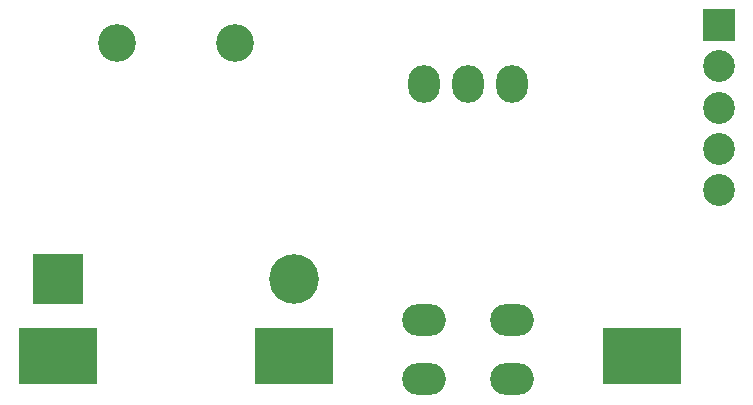
<source format=gts>
G04*
G04 #@! TF.GenerationSoftware,Altium Limited,Altium Designer,19.0.5 (141)*
G04*
G04 Layer_Color=8388736*
%FSLAX25Y25*%
%MOIN*%
G70*
G01*
G75*
%ADD11C,0.12611*%
%ADD12R,0.16548X0.16548*%
%ADD13C,0.16548*%
%ADD14C,0.10642*%
%ADD15R,0.10642X0.10642*%
%ADD16O,0.14580X0.10642*%
%ADD17O,0.10642X0.12611*%
%ADD18R,0.26391X0.18517*%
D11*
X84646Y122047D02*
D03*
X45276D02*
D03*
D12*
X25591Y43307D02*
D03*
D13*
X104331D02*
D03*
D14*
X246063Y72835D02*
D03*
Y114173D02*
D03*
Y100394D02*
D03*
Y86614D02*
D03*
D15*
Y127953D02*
D03*
D16*
X147638Y29528D02*
D03*
Y9843D02*
D03*
X177165Y29528D02*
D03*
Y9843D02*
D03*
D17*
X162402Y108268D02*
D03*
X177165D02*
D03*
X147638D02*
D03*
D18*
X25591Y17717D02*
D03*
X104331D02*
D03*
X220472D02*
D03*
M02*

</source>
